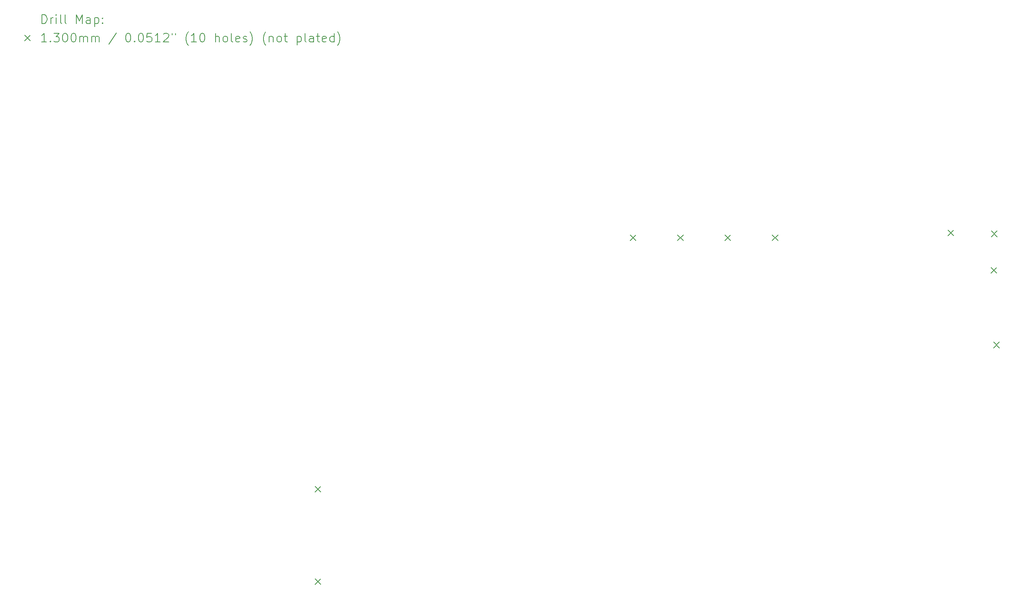
<source format=gbr>
%TF.GenerationSoftware,KiCad,Pcbnew,8.0.5*%
%TF.CreationDate,2025-01-15T23:09:15-08:00*%
%TF.ProjectId,Accumulator_Board,41636375-6d75-46c6-9174-6f725f426f61,V1.2*%
%TF.SameCoordinates,Original*%
%TF.FileFunction,Drillmap*%
%TF.FilePolarity,Positive*%
%FSLAX45Y45*%
G04 Gerber Fmt 4.5, Leading zero omitted, Abs format (unit mm)*
G04 Created by KiCad (PCBNEW 8.0.5) date 2025-01-15 23:09:15*
%MOMM*%
%LPD*%
G01*
G04 APERTURE LIST*
%ADD10C,0.200000*%
%ADD11C,0.130000*%
G04 APERTURE END LIST*
D10*
D11*
X6441750Y-10786670D02*
X6571750Y-10916670D01*
X6571750Y-10786670D02*
X6441750Y-10916670D01*
X6441750Y-12876670D02*
X6571750Y-13006670D01*
X6571750Y-12876670D02*
X6441750Y-13006670D01*
X13570750Y-5095670D02*
X13700750Y-5225670D01*
X13700750Y-5095670D02*
X13570750Y-5225670D01*
X14640750Y-5095670D02*
X14770750Y-5225670D01*
X14770750Y-5095670D02*
X14640750Y-5225670D01*
X15710750Y-5095670D02*
X15840750Y-5225670D01*
X15840750Y-5095670D02*
X15710750Y-5225670D01*
X16780750Y-5095670D02*
X16910750Y-5225670D01*
X16910750Y-5095670D02*
X16780750Y-5225670D01*
X20755750Y-4984670D02*
X20885750Y-5114670D01*
X20885750Y-4984670D02*
X20755750Y-5114670D01*
X21732750Y-5831670D02*
X21862750Y-5961670D01*
X21862750Y-5831670D02*
X21732750Y-5961670D01*
X21739750Y-5006670D02*
X21869750Y-5136670D01*
X21869750Y-5006670D02*
X21739750Y-5136670D01*
X21786750Y-7521670D02*
X21916750Y-7651670D01*
X21916750Y-7521670D02*
X21786750Y-7651670D01*
D10*
X260777Y-311484D02*
X260777Y-111484D01*
X260777Y-111484D02*
X308396Y-111484D01*
X308396Y-111484D02*
X336967Y-121008D01*
X336967Y-121008D02*
X356015Y-140055D01*
X356015Y-140055D02*
X365539Y-159103D01*
X365539Y-159103D02*
X375062Y-197198D01*
X375062Y-197198D02*
X375062Y-225769D01*
X375062Y-225769D02*
X365539Y-263865D01*
X365539Y-263865D02*
X356015Y-282912D01*
X356015Y-282912D02*
X336967Y-301960D01*
X336967Y-301960D02*
X308396Y-311484D01*
X308396Y-311484D02*
X260777Y-311484D01*
X460777Y-311484D02*
X460777Y-178150D01*
X460777Y-216246D02*
X470301Y-197198D01*
X470301Y-197198D02*
X479824Y-187674D01*
X479824Y-187674D02*
X498872Y-178150D01*
X498872Y-178150D02*
X517920Y-178150D01*
X584586Y-311484D02*
X584586Y-178150D01*
X584586Y-111484D02*
X575063Y-121008D01*
X575063Y-121008D02*
X584586Y-130531D01*
X584586Y-130531D02*
X594110Y-121008D01*
X594110Y-121008D02*
X584586Y-111484D01*
X584586Y-111484D02*
X584586Y-130531D01*
X708396Y-311484D02*
X689348Y-301960D01*
X689348Y-301960D02*
X679824Y-282912D01*
X679824Y-282912D02*
X679824Y-111484D01*
X813158Y-311484D02*
X794110Y-301960D01*
X794110Y-301960D02*
X784586Y-282912D01*
X784586Y-282912D02*
X784586Y-111484D01*
X1041729Y-311484D02*
X1041729Y-111484D01*
X1041729Y-111484D02*
X1108396Y-254341D01*
X1108396Y-254341D02*
X1175063Y-111484D01*
X1175063Y-111484D02*
X1175063Y-311484D01*
X1356015Y-311484D02*
X1356015Y-206722D01*
X1356015Y-206722D02*
X1346491Y-187674D01*
X1346491Y-187674D02*
X1327444Y-178150D01*
X1327444Y-178150D02*
X1289348Y-178150D01*
X1289348Y-178150D02*
X1270301Y-187674D01*
X1356015Y-301960D02*
X1336967Y-311484D01*
X1336967Y-311484D02*
X1289348Y-311484D01*
X1289348Y-311484D02*
X1270301Y-301960D01*
X1270301Y-301960D02*
X1260777Y-282912D01*
X1260777Y-282912D02*
X1260777Y-263865D01*
X1260777Y-263865D02*
X1270301Y-244817D01*
X1270301Y-244817D02*
X1289348Y-235293D01*
X1289348Y-235293D02*
X1336967Y-235293D01*
X1336967Y-235293D02*
X1356015Y-225769D01*
X1451253Y-178150D02*
X1451253Y-378150D01*
X1451253Y-187674D02*
X1470301Y-178150D01*
X1470301Y-178150D02*
X1508396Y-178150D01*
X1508396Y-178150D02*
X1527443Y-187674D01*
X1527443Y-187674D02*
X1536967Y-197198D01*
X1536967Y-197198D02*
X1546491Y-216246D01*
X1546491Y-216246D02*
X1546491Y-273389D01*
X1546491Y-273389D02*
X1536967Y-292436D01*
X1536967Y-292436D02*
X1527443Y-301960D01*
X1527443Y-301960D02*
X1508396Y-311484D01*
X1508396Y-311484D02*
X1470301Y-311484D01*
X1470301Y-311484D02*
X1451253Y-301960D01*
X1632205Y-292436D02*
X1641729Y-301960D01*
X1641729Y-301960D02*
X1632205Y-311484D01*
X1632205Y-311484D02*
X1622682Y-301960D01*
X1622682Y-301960D02*
X1632205Y-292436D01*
X1632205Y-292436D02*
X1632205Y-311484D01*
X1632205Y-187674D02*
X1641729Y-197198D01*
X1641729Y-197198D02*
X1632205Y-206722D01*
X1632205Y-206722D02*
X1622682Y-197198D01*
X1622682Y-197198D02*
X1632205Y-187674D01*
X1632205Y-187674D02*
X1632205Y-206722D01*
D11*
X-130000Y-575000D02*
X0Y-705000D01*
X0Y-575000D02*
X-130000Y-705000D01*
D10*
X365539Y-731484D02*
X251253Y-731484D01*
X308396Y-731484D02*
X308396Y-531484D01*
X308396Y-531484D02*
X289348Y-560055D01*
X289348Y-560055D02*
X270301Y-579103D01*
X270301Y-579103D02*
X251253Y-588627D01*
X451253Y-712436D02*
X460777Y-721960D01*
X460777Y-721960D02*
X451253Y-731484D01*
X451253Y-731484D02*
X441729Y-721960D01*
X441729Y-721960D02*
X451253Y-712436D01*
X451253Y-712436D02*
X451253Y-731484D01*
X527444Y-531484D02*
X651253Y-531484D01*
X651253Y-531484D02*
X584586Y-607674D01*
X584586Y-607674D02*
X613158Y-607674D01*
X613158Y-607674D02*
X632205Y-617198D01*
X632205Y-617198D02*
X641729Y-626722D01*
X641729Y-626722D02*
X651253Y-645770D01*
X651253Y-645770D02*
X651253Y-693389D01*
X651253Y-693389D02*
X641729Y-712436D01*
X641729Y-712436D02*
X632205Y-721960D01*
X632205Y-721960D02*
X613158Y-731484D01*
X613158Y-731484D02*
X556015Y-731484D01*
X556015Y-731484D02*
X536967Y-721960D01*
X536967Y-721960D02*
X527444Y-712436D01*
X775062Y-531484D02*
X794110Y-531484D01*
X794110Y-531484D02*
X813158Y-541008D01*
X813158Y-541008D02*
X822682Y-550531D01*
X822682Y-550531D02*
X832205Y-569579D01*
X832205Y-569579D02*
X841729Y-607674D01*
X841729Y-607674D02*
X841729Y-655293D01*
X841729Y-655293D02*
X832205Y-693389D01*
X832205Y-693389D02*
X822682Y-712436D01*
X822682Y-712436D02*
X813158Y-721960D01*
X813158Y-721960D02*
X794110Y-731484D01*
X794110Y-731484D02*
X775062Y-731484D01*
X775062Y-731484D02*
X756015Y-721960D01*
X756015Y-721960D02*
X746491Y-712436D01*
X746491Y-712436D02*
X736967Y-693389D01*
X736967Y-693389D02*
X727443Y-655293D01*
X727443Y-655293D02*
X727443Y-607674D01*
X727443Y-607674D02*
X736967Y-569579D01*
X736967Y-569579D02*
X746491Y-550531D01*
X746491Y-550531D02*
X756015Y-541008D01*
X756015Y-541008D02*
X775062Y-531484D01*
X965539Y-531484D02*
X984586Y-531484D01*
X984586Y-531484D02*
X1003634Y-541008D01*
X1003634Y-541008D02*
X1013158Y-550531D01*
X1013158Y-550531D02*
X1022682Y-569579D01*
X1022682Y-569579D02*
X1032205Y-607674D01*
X1032205Y-607674D02*
X1032205Y-655293D01*
X1032205Y-655293D02*
X1022682Y-693389D01*
X1022682Y-693389D02*
X1013158Y-712436D01*
X1013158Y-712436D02*
X1003634Y-721960D01*
X1003634Y-721960D02*
X984586Y-731484D01*
X984586Y-731484D02*
X965539Y-731484D01*
X965539Y-731484D02*
X946491Y-721960D01*
X946491Y-721960D02*
X936967Y-712436D01*
X936967Y-712436D02*
X927443Y-693389D01*
X927443Y-693389D02*
X917920Y-655293D01*
X917920Y-655293D02*
X917920Y-607674D01*
X917920Y-607674D02*
X927443Y-569579D01*
X927443Y-569579D02*
X936967Y-550531D01*
X936967Y-550531D02*
X946491Y-541008D01*
X946491Y-541008D02*
X965539Y-531484D01*
X1117920Y-731484D02*
X1117920Y-598150D01*
X1117920Y-617198D02*
X1127444Y-607674D01*
X1127444Y-607674D02*
X1146491Y-598150D01*
X1146491Y-598150D02*
X1175063Y-598150D01*
X1175063Y-598150D02*
X1194110Y-607674D01*
X1194110Y-607674D02*
X1203634Y-626722D01*
X1203634Y-626722D02*
X1203634Y-731484D01*
X1203634Y-626722D02*
X1213158Y-607674D01*
X1213158Y-607674D02*
X1232205Y-598150D01*
X1232205Y-598150D02*
X1260777Y-598150D01*
X1260777Y-598150D02*
X1279825Y-607674D01*
X1279825Y-607674D02*
X1289348Y-626722D01*
X1289348Y-626722D02*
X1289348Y-731484D01*
X1384586Y-731484D02*
X1384586Y-598150D01*
X1384586Y-617198D02*
X1394110Y-607674D01*
X1394110Y-607674D02*
X1413158Y-598150D01*
X1413158Y-598150D02*
X1441729Y-598150D01*
X1441729Y-598150D02*
X1460777Y-607674D01*
X1460777Y-607674D02*
X1470301Y-626722D01*
X1470301Y-626722D02*
X1470301Y-731484D01*
X1470301Y-626722D02*
X1479824Y-607674D01*
X1479824Y-607674D02*
X1498872Y-598150D01*
X1498872Y-598150D02*
X1527443Y-598150D01*
X1527443Y-598150D02*
X1546491Y-607674D01*
X1546491Y-607674D02*
X1556015Y-626722D01*
X1556015Y-626722D02*
X1556015Y-731484D01*
X1946491Y-521960D02*
X1775063Y-779103D01*
X2203634Y-531484D02*
X2222682Y-531484D01*
X2222682Y-531484D02*
X2241729Y-541008D01*
X2241729Y-541008D02*
X2251253Y-550531D01*
X2251253Y-550531D02*
X2260777Y-569579D01*
X2260777Y-569579D02*
X2270301Y-607674D01*
X2270301Y-607674D02*
X2270301Y-655293D01*
X2270301Y-655293D02*
X2260777Y-693389D01*
X2260777Y-693389D02*
X2251253Y-712436D01*
X2251253Y-712436D02*
X2241729Y-721960D01*
X2241729Y-721960D02*
X2222682Y-731484D01*
X2222682Y-731484D02*
X2203634Y-731484D01*
X2203634Y-731484D02*
X2184587Y-721960D01*
X2184587Y-721960D02*
X2175063Y-712436D01*
X2175063Y-712436D02*
X2165539Y-693389D01*
X2165539Y-693389D02*
X2156015Y-655293D01*
X2156015Y-655293D02*
X2156015Y-607674D01*
X2156015Y-607674D02*
X2165539Y-569579D01*
X2165539Y-569579D02*
X2175063Y-550531D01*
X2175063Y-550531D02*
X2184587Y-541008D01*
X2184587Y-541008D02*
X2203634Y-531484D01*
X2356015Y-712436D02*
X2365539Y-721960D01*
X2365539Y-721960D02*
X2356015Y-731484D01*
X2356015Y-731484D02*
X2346491Y-721960D01*
X2346491Y-721960D02*
X2356015Y-712436D01*
X2356015Y-712436D02*
X2356015Y-731484D01*
X2489348Y-531484D02*
X2508396Y-531484D01*
X2508396Y-531484D02*
X2527444Y-541008D01*
X2527444Y-541008D02*
X2536968Y-550531D01*
X2536968Y-550531D02*
X2546491Y-569579D01*
X2546491Y-569579D02*
X2556015Y-607674D01*
X2556015Y-607674D02*
X2556015Y-655293D01*
X2556015Y-655293D02*
X2546491Y-693389D01*
X2546491Y-693389D02*
X2536968Y-712436D01*
X2536968Y-712436D02*
X2527444Y-721960D01*
X2527444Y-721960D02*
X2508396Y-731484D01*
X2508396Y-731484D02*
X2489348Y-731484D01*
X2489348Y-731484D02*
X2470301Y-721960D01*
X2470301Y-721960D02*
X2460777Y-712436D01*
X2460777Y-712436D02*
X2451253Y-693389D01*
X2451253Y-693389D02*
X2441729Y-655293D01*
X2441729Y-655293D02*
X2441729Y-607674D01*
X2441729Y-607674D02*
X2451253Y-569579D01*
X2451253Y-569579D02*
X2460777Y-550531D01*
X2460777Y-550531D02*
X2470301Y-541008D01*
X2470301Y-541008D02*
X2489348Y-531484D01*
X2736968Y-531484D02*
X2641729Y-531484D01*
X2641729Y-531484D02*
X2632206Y-626722D01*
X2632206Y-626722D02*
X2641729Y-617198D01*
X2641729Y-617198D02*
X2660777Y-607674D01*
X2660777Y-607674D02*
X2708396Y-607674D01*
X2708396Y-607674D02*
X2727444Y-617198D01*
X2727444Y-617198D02*
X2736968Y-626722D01*
X2736968Y-626722D02*
X2746491Y-645770D01*
X2746491Y-645770D02*
X2746491Y-693389D01*
X2746491Y-693389D02*
X2736968Y-712436D01*
X2736968Y-712436D02*
X2727444Y-721960D01*
X2727444Y-721960D02*
X2708396Y-731484D01*
X2708396Y-731484D02*
X2660777Y-731484D01*
X2660777Y-731484D02*
X2641729Y-721960D01*
X2641729Y-721960D02*
X2632206Y-712436D01*
X2936967Y-731484D02*
X2822682Y-731484D01*
X2879825Y-731484D02*
X2879825Y-531484D01*
X2879825Y-531484D02*
X2860777Y-560055D01*
X2860777Y-560055D02*
X2841729Y-579103D01*
X2841729Y-579103D02*
X2822682Y-588627D01*
X3013158Y-550531D02*
X3022682Y-541008D01*
X3022682Y-541008D02*
X3041729Y-531484D01*
X3041729Y-531484D02*
X3089348Y-531484D01*
X3089348Y-531484D02*
X3108396Y-541008D01*
X3108396Y-541008D02*
X3117920Y-550531D01*
X3117920Y-550531D02*
X3127444Y-569579D01*
X3127444Y-569579D02*
X3127444Y-588627D01*
X3127444Y-588627D02*
X3117920Y-617198D01*
X3117920Y-617198D02*
X3003634Y-731484D01*
X3003634Y-731484D02*
X3127444Y-731484D01*
X3203634Y-531484D02*
X3203634Y-569579D01*
X3279825Y-531484D02*
X3279825Y-569579D01*
X3575063Y-807674D02*
X3565539Y-798150D01*
X3565539Y-798150D02*
X3546491Y-769579D01*
X3546491Y-769579D02*
X3536968Y-750531D01*
X3536968Y-750531D02*
X3527444Y-721960D01*
X3527444Y-721960D02*
X3517920Y-674341D01*
X3517920Y-674341D02*
X3517920Y-636246D01*
X3517920Y-636246D02*
X3527444Y-588627D01*
X3527444Y-588627D02*
X3536968Y-560055D01*
X3536968Y-560055D02*
X3546491Y-541008D01*
X3546491Y-541008D02*
X3565539Y-512436D01*
X3565539Y-512436D02*
X3575063Y-502912D01*
X3756015Y-731484D02*
X3641729Y-731484D01*
X3698872Y-731484D02*
X3698872Y-531484D01*
X3698872Y-531484D02*
X3679825Y-560055D01*
X3679825Y-560055D02*
X3660777Y-579103D01*
X3660777Y-579103D02*
X3641729Y-588627D01*
X3879825Y-531484D02*
X3898872Y-531484D01*
X3898872Y-531484D02*
X3917920Y-541008D01*
X3917920Y-541008D02*
X3927444Y-550531D01*
X3927444Y-550531D02*
X3936968Y-569579D01*
X3936968Y-569579D02*
X3946491Y-607674D01*
X3946491Y-607674D02*
X3946491Y-655293D01*
X3946491Y-655293D02*
X3936968Y-693389D01*
X3936968Y-693389D02*
X3927444Y-712436D01*
X3927444Y-712436D02*
X3917920Y-721960D01*
X3917920Y-721960D02*
X3898872Y-731484D01*
X3898872Y-731484D02*
X3879825Y-731484D01*
X3879825Y-731484D02*
X3860777Y-721960D01*
X3860777Y-721960D02*
X3851253Y-712436D01*
X3851253Y-712436D02*
X3841729Y-693389D01*
X3841729Y-693389D02*
X3832206Y-655293D01*
X3832206Y-655293D02*
X3832206Y-607674D01*
X3832206Y-607674D02*
X3841729Y-569579D01*
X3841729Y-569579D02*
X3851253Y-550531D01*
X3851253Y-550531D02*
X3860777Y-541008D01*
X3860777Y-541008D02*
X3879825Y-531484D01*
X4184587Y-731484D02*
X4184587Y-531484D01*
X4270301Y-731484D02*
X4270301Y-626722D01*
X4270301Y-626722D02*
X4260777Y-607674D01*
X4260777Y-607674D02*
X4241730Y-598150D01*
X4241730Y-598150D02*
X4213158Y-598150D01*
X4213158Y-598150D02*
X4194110Y-607674D01*
X4194110Y-607674D02*
X4184587Y-617198D01*
X4394111Y-731484D02*
X4375063Y-721960D01*
X4375063Y-721960D02*
X4365539Y-712436D01*
X4365539Y-712436D02*
X4356015Y-693389D01*
X4356015Y-693389D02*
X4356015Y-636246D01*
X4356015Y-636246D02*
X4365539Y-617198D01*
X4365539Y-617198D02*
X4375063Y-607674D01*
X4375063Y-607674D02*
X4394111Y-598150D01*
X4394111Y-598150D02*
X4422682Y-598150D01*
X4422682Y-598150D02*
X4441730Y-607674D01*
X4441730Y-607674D02*
X4451253Y-617198D01*
X4451253Y-617198D02*
X4460777Y-636246D01*
X4460777Y-636246D02*
X4460777Y-693389D01*
X4460777Y-693389D02*
X4451253Y-712436D01*
X4451253Y-712436D02*
X4441730Y-721960D01*
X4441730Y-721960D02*
X4422682Y-731484D01*
X4422682Y-731484D02*
X4394111Y-731484D01*
X4575063Y-731484D02*
X4556015Y-721960D01*
X4556015Y-721960D02*
X4546492Y-702912D01*
X4546492Y-702912D02*
X4546492Y-531484D01*
X4727444Y-721960D02*
X4708396Y-731484D01*
X4708396Y-731484D02*
X4670301Y-731484D01*
X4670301Y-731484D02*
X4651253Y-721960D01*
X4651253Y-721960D02*
X4641730Y-702912D01*
X4641730Y-702912D02*
X4641730Y-626722D01*
X4641730Y-626722D02*
X4651253Y-607674D01*
X4651253Y-607674D02*
X4670301Y-598150D01*
X4670301Y-598150D02*
X4708396Y-598150D01*
X4708396Y-598150D02*
X4727444Y-607674D01*
X4727444Y-607674D02*
X4736968Y-626722D01*
X4736968Y-626722D02*
X4736968Y-645770D01*
X4736968Y-645770D02*
X4641730Y-664817D01*
X4813158Y-721960D02*
X4832206Y-731484D01*
X4832206Y-731484D02*
X4870301Y-731484D01*
X4870301Y-731484D02*
X4889349Y-721960D01*
X4889349Y-721960D02*
X4898873Y-702912D01*
X4898873Y-702912D02*
X4898873Y-693389D01*
X4898873Y-693389D02*
X4889349Y-674341D01*
X4889349Y-674341D02*
X4870301Y-664817D01*
X4870301Y-664817D02*
X4841730Y-664817D01*
X4841730Y-664817D02*
X4822682Y-655293D01*
X4822682Y-655293D02*
X4813158Y-636246D01*
X4813158Y-636246D02*
X4813158Y-626722D01*
X4813158Y-626722D02*
X4822682Y-607674D01*
X4822682Y-607674D02*
X4841730Y-598150D01*
X4841730Y-598150D02*
X4870301Y-598150D01*
X4870301Y-598150D02*
X4889349Y-607674D01*
X4965539Y-807674D02*
X4975063Y-798150D01*
X4975063Y-798150D02*
X4994111Y-769579D01*
X4994111Y-769579D02*
X5003634Y-750531D01*
X5003634Y-750531D02*
X5013158Y-721960D01*
X5013158Y-721960D02*
X5022682Y-674341D01*
X5022682Y-674341D02*
X5022682Y-636246D01*
X5022682Y-636246D02*
X5013158Y-588627D01*
X5013158Y-588627D02*
X5003634Y-560055D01*
X5003634Y-560055D02*
X4994111Y-541008D01*
X4994111Y-541008D02*
X4975063Y-512436D01*
X4975063Y-512436D02*
X4965539Y-502912D01*
X5327444Y-807674D02*
X5317920Y-798150D01*
X5317920Y-798150D02*
X5298873Y-769579D01*
X5298873Y-769579D02*
X5289349Y-750531D01*
X5289349Y-750531D02*
X5279825Y-721960D01*
X5279825Y-721960D02*
X5270301Y-674341D01*
X5270301Y-674341D02*
X5270301Y-636246D01*
X5270301Y-636246D02*
X5279825Y-588627D01*
X5279825Y-588627D02*
X5289349Y-560055D01*
X5289349Y-560055D02*
X5298873Y-541008D01*
X5298873Y-541008D02*
X5317920Y-512436D01*
X5317920Y-512436D02*
X5327444Y-502912D01*
X5403634Y-598150D02*
X5403634Y-731484D01*
X5403634Y-617198D02*
X5413158Y-607674D01*
X5413158Y-607674D02*
X5432206Y-598150D01*
X5432206Y-598150D02*
X5460777Y-598150D01*
X5460777Y-598150D02*
X5479825Y-607674D01*
X5479825Y-607674D02*
X5489349Y-626722D01*
X5489349Y-626722D02*
X5489349Y-731484D01*
X5613158Y-731484D02*
X5594111Y-721960D01*
X5594111Y-721960D02*
X5584587Y-712436D01*
X5584587Y-712436D02*
X5575063Y-693389D01*
X5575063Y-693389D02*
X5575063Y-636246D01*
X5575063Y-636246D02*
X5584587Y-617198D01*
X5584587Y-617198D02*
X5594111Y-607674D01*
X5594111Y-607674D02*
X5613158Y-598150D01*
X5613158Y-598150D02*
X5641730Y-598150D01*
X5641730Y-598150D02*
X5660777Y-607674D01*
X5660777Y-607674D02*
X5670301Y-617198D01*
X5670301Y-617198D02*
X5679825Y-636246D01*
X5679825Y-636246D02*
X5679825Y-693389D01*
X5679825Y-693389D02*
X5670301Y-712436D01*
X5670301Y-712436D02*
X5660777Y-721960D01*
X5660777Y-721960D02*
X5641730Y-731484D01*
X5641730Y-731484D02*
X5613158Y-731484D01*
X5736968Y-598150D02*
X5813158Y-598150D01*
X5765539Y-531484D02*
X5765539Y-702912D01*
X5765539Y-702912D02*
X5775063Y-721960D01*
X5775063Y-721960D02*
X5794111Y-731484D01*
X5794111Y-731484D02*
X5813158Y-731484D01*
X6032206Y-598150D02*
X6032206Y-798150D01*
X6032206Y-607674D02*
X6051253Y-598150D01*
X6051253Y-598150D02*
X6089349Y-598150D01*
X6089349Y-598150D02*
X6108396Y-607674D01*
X6108396Y-607674D02*
X6117920Y-617198D01*
X6117920Y-617198D02*
X6127444Y-636246D01*
X6127444Y-636246D02*
X6127444Y-693389D01*
X6127444Y-693389D02*
X6117920Y-712436D01*
X6117920Y-712436D02*
X6108396Y-721960D01*
X6108396Y-721960D02*
X6089349Y-731484D01*
X6089349Y-731484D02*
X6051253Y-731484D01*
X6051253Y-731484D02*
X6032206Y-721960D01*
X6241730Y-731484D02*
X6222682Y-721960D01*
X6222682Y-721960D02*
X6213158Y-702912D01*
X6213158Y-702912D02*
X6213158Y-531484D01*
X6403634Y-731484D02*
X6403634Y-626722D01*
X6403634Y-626722D02*
X6394111Y-607674D01*
X6394111Y-607674D02*
X6375063Y-598150D01*
X6375063Y-598150D02*
X6336968Y-598150D01*
X6336968Y-598150D02*
X6317920Y-607674D01*
X6403634Y-721960D02*
X6384587Y-731484D01*
X6384587Y-731484D02*
X6336968Y-731484D01*
X6336968Y-731484D02*
X6317920Y-721960D01*
X6317920Y-721960D02*
X6308396Y-702912D01*
X6308396Y-702912D02*
X6308396Y-683865D01*
X6308396Y-683865D02*
X6317920Y-664817D01*
X6317920Y-664817D02*
X6336968Y-655293D01*
X6336968Y-655293D02*
X6384587Y-655293D01*
X6384587Y-655293D02*
X6403634Y-645770D01*
X6470301Y-598150D02*
X6546492Y-598150D01*
X6498873Y-531484D02*
X6498873Y-702912D01*
X6498873Y-702912D02*
X6508396Y-721960D01*
X6508396Y-721960D02*
X6527444Y-731484D01*
X6527444Y-731484D02*
X6546492Y-731484D01*
X6689349Y-721960D02*
X6670301Y-731484D01*
X6670301Y-731484D02*
X6632206Y-731484D01*
X6632206Y-731484D02*
X6613158Y-721960D01*
X6613158Y-721960D02*
X6603634Y-702912D01*
X6603634Y-702912D02*
X6603634Y-626722D01*
X6603634Y-626722D02*
X6613158Y-607674D01*
X6613158Y-607674D02*
X6632206Y-598150D01*
X6632206Y-598150D02*
X6670301Y-598150D01*
X6670301Y-598150D02*
X6689349Y-607674D01*
X6689349Y-607674D02*
X6698873Y-626722D01*
X6698873Y-626722D02*
X6698873Y-645770D01*
X6698873Y-645770D02*
X6603634Y-664817D01*
X6870301Y-731484D02*
X6870301Y-531484D01*
X6870301Y-721960D02*
X6851254Y-731484D01*
X6851254Y-731484D02*
X6813158Y-731484D01*
X6813158Y-731484D02*
X6794111Y-721960D01*
X6794111Y-721960D02*
X6784587Y-712436D01*
X6784587Y-712436D02*
X6775063Y-693389D01*
X6775063Y-693389D02*
X6775063Y-636246D01*
X6775063Y-636246D02*
X6784587Y-617198D01*
X6784587Y-617198D02*
X6794111Y-607674D01*
X6794111Y-607674D02*
X6813158Y-598150D01*
X6813158Y-598150D02*
X6851254Y-598150D01*
X6851254Y-598150D02*
X6870301Y-607674D01*
X6946492Y-807674D02*
X6956015Y-798150D01*
X6956015Y-798150D02*
X6975063Y-769579D01*
X6975063Y-769579D02*
X6984587Y-750531D01*
X6984587Y-750531D02*
X6994111Y-721960D01*
X6994111Y-721960D02*
X7003634Y-674341D01*
X7003634Y-674341D02*
X7003634Y-636246D01*
X7003634Y-636246D02*
X6994111Y-588627D01*
X6994111Y-588627D02*
X6984587Y-560055D01*
X6984587Y-560055D02*
X6975063Y-541008D01*
X6975063Y-541008D02*
X6956015Y-512436D01*
X6956015Y-512436D02*
X6946492Y-502912D01*
M02*

</source>
